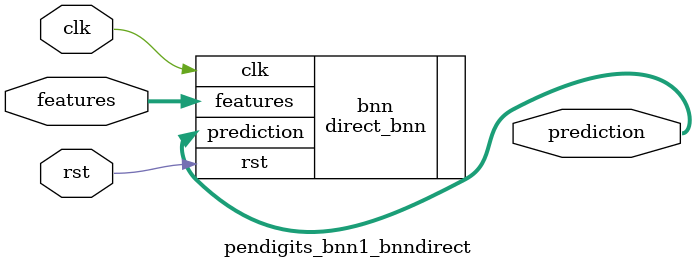
<source format=v>













module pendigits_bnn1_bnndirect #(

parameter FEAT_CNT = 16,
parameter HIDDEN_CNT = 40,
parameter FEAT_BITS = 4,
parameter CLASS_CNT = 10,
parameter TEST_CNT = 1000


  ) (
  input clk,
  input rst,
  input [FEAT_CNT*FEAT_BITS-1:0] features,
  output [$clog2(CLASS_CNT)-1:0] prediction
  );

  localparam Weights0 = 640'b0101101001100011101101101101100110110001000001111010010111001000110110101111010101010001111100000110101111111000111000001101101000000011010100101110100101011010010010111010010010010101010110001011110100100011010011100001101100010110101111011010111110110001101100101111010110110101000010011110111110000101010111111100000110010010001111011111101111010000010100000101100101001010000110110100001111101100101100000010101110100100001101111011101011100101011010100101001111001010000111010000011100001011000000000010111100000101001110001010010100011110010010100110001001001011111110000001011011101101010100011111000001001101000110100010101101000010 ;
  localparam Weights1 = 400'b0000100000101111101101100001011000110000011110110111101011101100111100000000000001011101010001011000011110000100011101100111000000001111010000000110111100001000010010110010110110100000011111111101000010001000011011000111010110000010000010110101011011010111100111100010101011111110110001011100011000001010100011000011111010001111111000101011111010000101001111000111000011011001011111000001101001000001 ;

  direct_bnn #(.FEAT_CNT(FEAT_CNT),.FEAT_BITS(FEAT_BITS),.HIDDEN_CNT(HIDDEN_CNT),.CLASS_CNT(CLASS_CNT),.Weights0(Weights0),.Weights1(Weights1)) bnn (
    .clk(clk),
    .rst(rst),
    .features(features),
    .prediction(prediction)
  );

endmodule

</source>
